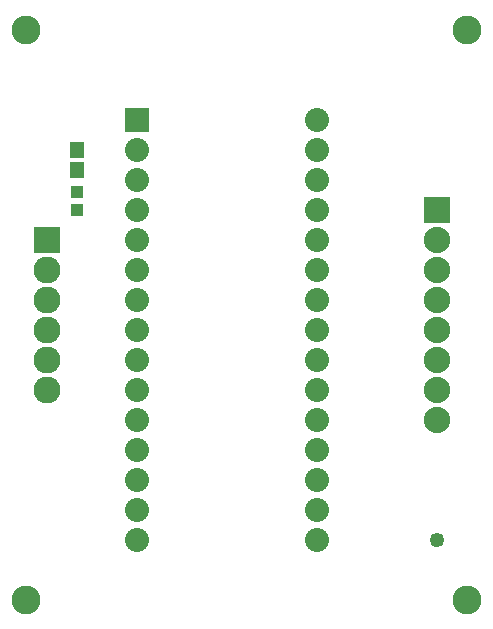
<source format=gts>
G04 MADE WITH FRITZING*
G04 WWW.FRITZING.ORG*
G04 DOUBLE SIDED*
G04 HOLES PLATED*
G04 CONTOUR ON CENTER OF CONTOUR VECTOR*
%ASAXBY*%
%FSLAX23Y23*%
%MOIN*%
%OFA0B0*%
%SFA1.0B1.0*%
%ADD10C,0.088000*%
%ADD11C,0.096614*%
%ADD12C,0.049370*%
%ADD13C,0.080000*%
%ADD14C,0.090000*%
%ADD15R,0.041496X0.041496*%
%ADD16R,0.049370X0.053307*%
%ADD17R,0.088000X0.088000*%
%ADD18R,0.079972X0.080000*%
%ADD19R,0.090000X0.090000*%
%LNMASK1*%
G90*
G70*
G54D10*
X1457Y1379D03*
X1457Y1279D03*
X1457Y1179D03*
X1457Y1079D03*
X1457Y979D03*
X1457Y879D03*
X1457Y779D03*
X1457Y679D03*
G54D11*
X1557Y79D03*
X1557Y1979D03*
X88Y79D03*
X88Y1979D03*
G54D12*
X1457Y279D03*
G54D13*
X457Y1679D03*
X457Y1579D03*
X457Y1479D03*
X457Y1379D03*
X457Y1279D03*
X457Y1179D03*
X457Y1079D03*
X457Y979D03*
X457Y879D03*
X457Y779D03*
X457Y679D03*
X457Y579D03*
X457Y479D03*
X457Y379D03*
X457Y279D03*
X1057Y1679D03*
X1057Y1579D03*
X1057Y1479D03*
X1057Y1379D03*
X1057Y1279D03*
X1057Y1179D03*
X1057Y1079D03*
X1057Y979D03*
X1057Y879D03*
X1057Y779D03*
X1057Y679D03*
X1057Y579D03*
X1057Y479D03*
X1057Y379D03*
X1057Y279D03*
G54D14*
X157Y1279D03*
X157Y1179D03*
X157Y1079D03*
X157Y979D03*
X157Y879D03*
X157Y779D03*
G54D15*
X257Y1438D03*
X257Y1379D03*
G54D16*
X257Y1579D03*
X257Y1512D03*
G54D17*
X1457Y1379D03*
G54D18*
X457Y1679D03*
G54D19*
X157Y1279D03*
G04 End of Mask1*
M02*
</source>
